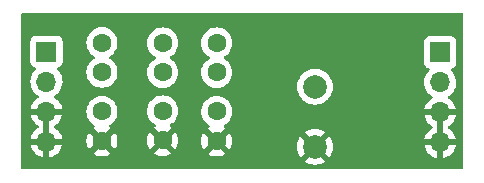
<source format=gbr>
%TF.GenerationSoftware,KiCad,Pcbnew,(6.0.7)*%
%TF.CreationDate,2024-06-12T17:15:33-04:00*%
%TF.ProjectId,DCR BPF V1,44435220-4250-4462-9056-312e6b696361,rev?*%
%TF.SameCoordinates,Original*%
%TF.FileFunction,Copper,L2,Bot*%
%TF.FilePolarity,Positive*%
%FSLAX46Y46*%
G04 Gerber Fmt 4.6, Leading zero omitted, Abs format (unit mm)*
G04 Created by KiCad (PCBNEW (6.0.7)) date 2024-06-12 17:15:33*
%MOMM*%
%LPD*%
G01*
G04 APERTURE LIST*
%TA.AperFunction,ComponentPad*%
%ADD10C,1.600000*%
%TD*%
%TA.AperFunction,ComponentPad*%
%ADD11R,1.700000X1.700000*%
%TD*%
%TA.AperFunction,ComponentPad*%
%ADD12O,1.700000X1.700000*%
%TD*%
%TA.AperFunction,ComponentPad*%
%ADD13C,2.000000*%
%TD*%
G04 APERTURE END LIST*
D10*
%TO.P,C5,1*%
%TO.N,Net-(C1-Pad1)*%
X54356000Y-59690000D03*
%TO.P,C5,2*%
%TO.N,Net-(C4-Pad2)*%
X54356000Y-57190000D03*
%TD*%
%TO.P,C6,1*%
%TO.N,Net-(C1-Pad1)*%
X58928000Y-59690000D03*
%TO.P,C6,2*%
%TO.N,Net-(C4-Pad2)*%
X58928000Y-57190000D03*
%TD*%
%TO.P,C3,1*%
%TO.N,Net-(C1-Pad1)*%
X58928000Y-62992000D03*
%TO.P,C3,2*%
%TO.N,GND*%
X58928000Y-65492000D03*
%TD*%
D11*
%TO.P,J1,1,Pin_1*%
%TO.N,Net-(C1-Pad1)*%
X44513500Y-57922000D03*
D12*
%TO.P,J1,2,Pin_2*%
X44513500Y-60462000D03*
%TO.P,J1,3,Pin_3*%
%TO.N,GND*%
X44513500Y-63002000D03*
%TO.P,J1,4,Pin_4*%
X44513500Y-65542000D03*
%TD*%
D10*
%TO.P,C4,1*%
%TO.N,Net-(C1-Pad1)*%
X49212500Y-59670000D03*
%TO.P,C4,2*%
%TO.N,Net-(C4-Pad2)*%
X49212500Y-57170000D03*
%TD*%
%TO.P,C1,1*%
%TO.N,Net-(C1-Pad1)*%
X49212500Y-62992000D03*
%TO.P,C1,2*%
%TO.N,GND*%
X49212500Y-65492000D03*
%TD*%
D11*
%TO.P,J2,1,Pin_1*%
%TO.N,Net-(C4-Pad2)*%
X77851000Y-57985500D03*
D12*
%TO.P,J2,2,Pin_2*%
X77851000Y-60525500D03*
%TO.P,J2,3,Pin_3*%
%TO.N,GND*%
X77851000Y-63065500D03*
%TO.P,J2,4,Pin_4*%
X77851000Y-65605500D03*
%TD*%
D13*
%TO.P,L1,1,1*%
%TO.N,Net-(C4-Pad2)*%
X67246500Y-60896500D03*
%TO.P,L1,2,2*%
%TO.N,GND*%
X67246500Y-65976500D03*
%TD*%
D10*
%TO.P,C2,1*%
%TO.N,Net-(C1-Pad1)*%
X54356000Y-62948500D03*
%TO.P,C2,2*%
%TO.N,GND*%
X54356000Y-65448500D03*
%TD*%
%TA.AperFunction,Conductor*%
%TO.N,GND*%
G36*
X79761121Y-54694002D02*
G01*
X79807614Y-54747658D01*
X79819000Y-54800000D01*
X79819000Y-67755000D01*
X79798998Y-67823121D01*
X79745342Y-67869614D01*
X79693000Y-67881000D01*
X42481000Y-67881000D01*
X42412879Y-67860998D01*
X42366386Y-67807342D01*
X42355000Y-67755000D01*
X42355000Y-67209170D01*
X66378660Y-67209170D01*
X66384387Y-67216820D01*
X66555542Y-67321705D01*
X66564337Y-67326187D01*
X66774488Y-67413234D01*
X66783873Y-67416283D01*
X67005054Y-67469385D01*
X67014801Y-67470928D01*
X67241570Y-67488775D01*
X67251430Y-67488775D01*
X67478199Y-67470928D01*
X67487946Y-67469385D01*
X67709127Y-67416283D01*
X67718512Y-67413234D01*
X67928663Y-67326187D01*
X67937458Y-67321705D01*
X68104945Y-67219068D01*
X68114407Y-67208610D01*
X68110624Y-67199834D01*
X67259312Y-66348522D01*
X67245368Y-66340908D01*
X67243535Y-66341039D01*
X67236920Y-66345290D01*
X66385420Y-67196790D01*
X66378660Y-67209170D01*
X42355000Y-67209170D01*
X42355000Y-65809966D01*
X43181757Y-65809966D01*
X43212065Y-65944446D01*
X43215145Y-65954275D01*
X43295270Y-66151603D01*
X43299913Y-66160794D01*
X43411194Y-66342388D01*
X43417277Y-66350699D01*
X43556713Y-66511667D01*
X43564080Y-66518883D01*
X43727934Y-66654916D01*
X43736381Y-66660831D01*
X43920256Y-66768279D01*
X43929542Y-66772729D01*
X44128501Y-66848703D01*
X44138399Y-66851579D01*
X44241750Y-66872606D01*
X44255799Y-66871410D01*
X44259500Y-66861065D01*
X44259500Y-66860517D01*
X44767500Y-66860517D01*
X44771564Y-66874359D01*
X44784978Y-66876393D01*
X44791684Y-66875534D01*
X44801762Y-66873392D01*
X45005755Y-66812191D01*
X45015342Y-66808433D01*
X45206595Y-66714739D01*
X45215445Y-66709464D01*
X45388828Y-66585792D01*
X45396700Y-66579139D01*
X45397781Y-66578062D01*
X48490993Y-66578062D01*
X48500289Y-66590077D01*
X48551494Y-66625931D01*
X48560989Y-66631414D01*
X48758447Y-66723490D01*
X48768739Y-66727236D01*
X48979188Y-66783625D01*
X48989981Y-66785528D01*
X49207025Y-66804517D01*
X49217975Y-66804517D01*
X49435019Y-66785528D01*
X49445812Y-66783625D01*
X49656261Y-66727236D01*
X49666553Y-66723490D01*
X49864011Y-66631414D01*
X49873506Y-66625931D01*
X49925548Y-66589491D01*
X49933924Y-66579012D01*
X49926856Y-66565566D01*
X49895852Y-66534562D01*
X53634493Y-66534562D01*
X53643789Y-66546577D01*
X53694994Y-66582431D01*
X53704489Y-66587914D01*
X53901947Y-66679990D01*
X53912239Y-66683736D01*
X54122688Y-66740125D01*
X54133481Y-66742028D01*
X54350525Y-66761017D01*
X54361475Y-66761017D01*
X54578519Y-66742028D01*
X54589312Y-66740125D01*
X54799761Y-66683736D01*
X54810053Y-66679990D01*
X55007511Y-66587914D01*
X55017006Y-66582431D01*
X55023246Y-66578062D01*
X58206493Y-66578062D01*
X58215789Y-66590077D01*
X58266994Y-66625931D01*
X58276489Y-66631414D01*
X58473947Y-66723490D01*
X58484239Y-66727236D01*
X58694688Y-66783625D01*
X58705481Y-66785528D01*
X58922525Y-66804517D01*
X58933475Y-66804517D01*
X59150519Y-66785528D01*
X59161312Y-66783625D01*
X59371761Y-66727236D01*
X59382053Y-66723490D01*
X59579511Y-66631414D01*
X59589006Y-66625931D01*
X59641048Y-66589491D01*
X59649424Y-66579012D01*
X59642356Y-66565566D01*
X58940812Y-65864022D01*
X58926868Y-65856408D01*
X58925035Y-65856539D01*
X58918420Y-65860790D01*
X58212923Y-66566287D01*
X58206493Y-66578062D01*
X55023246Y-66578062D01*
X55069048Y-66545991D01*
X55077424Y-66535512D01*
X55070356Y-66522066D01*
X54368812Y-65820522D01*
X54354868Y-65812908D01*
X54353035Y-65813039D01*
X54346420Y-65817290D01*
X53640923Y-66522787D01*
X53634493Y-66534562D01*
X49895852Y-66534562D01*
X49225312Y-65864022D01*
X49211368Y-65856408D01*
X49209535Y-65856539D01*
X49202920Y-65860790D01*
X48497423Y-66566287D01*
X48490993Y-66578062D01*
X45397781Y-66578062D01*
X45547552Y-66428812D01*
X45554230Y-66420965D01*
X45678503Y-66248020D01*
X45683813Y-66239183D01*
X45778170Y-66048267D01*
X45781969Y-66038672D01*
X45843877Y-65834910D01*
X45846055Y-65824837D01*
X45847486Y-65813962D01*
X45845275Y-65799778D01*
X45832117Y-65796000D01*
X44785615Y-65796000D01*
X44770376Y-65800475D01*
X44769171Y-65801865D01*
X44767500Y-65809548D01*
X44767500Y-66860517D01*
X44259500Y-66860517D01*
X44259500Y-65814115D01*
X44255025Y-65798876D01*
X44253635Y-65797671D01*
X44245952Y-65796000D01*
X43196725Y-65796000D01*
X43183194Y-65799973D01*
X43181757Y-65809966D01*
X42355000Y-65809966D01*
X42355000Y-65497475D01*
X47899983Y-65497475D01*
X47918972Y-65714519D01*
X47920875Y-65725312D01*
X47977264Y-65935761D01*
X47981010Y-65946053D01*
X48073086Y-66143511D01*
X48078569Y-66153006D01*
X48115009Y-66205048D01*
X48125488Y-66213424D01*
X48138934Y-66206356D01*
X48840478Y-65504812D01*
X48846856Y-65493132D01*
X49576908Y-65493132D01*
X49577039Y-65494965D01*
X49581290Y-65501580D01*
X50286787Y-66207077D01*
X50298562Y-66213507D01*
X50310577Y-66204211D01*
X50346431Y-66153006D01*
X50351914Y-66143511D01*
X50443990Y-65946053D01*
X50447736Y-65935761D01*
X50504125Y-65725312D01*
X50506028Y-65714519D01*
X50525017Y-65497475D01*
X50525017Y-65486525D01*
X50522169Y-65453975D01*
X53043483Y-65453975D01*
X53062472Y-65671019D01*
X53064375Y-65681812D01*
X53120764Y-65892261D01*
X53124510Y-65902553D01*
X53216586Y-66100011D01*
X53222069Y-66109506D01*
X53258509Y-66161548D01*
X53268988Y-66169924D01*
X53282434Y-66162856D01*
X53983978Y-65461312D01*
X53990356Y-65449632D01*
X54720408Y-65449632D01*
X54720539Y-65451465D01*
X54724790Y-65458080D01*
X55430287Y-66163577D01*
X55442062Y-66170007D01*
X55454077Y-66160711D01*
X55489931Y-66109506D01*
X55495414Y-66100011D01*
X55587490Y-65902553D01*
X55591236Y-65892261D01*
X55647625Y-65681812D01*
X55649528Y-65671019D01*
X55664711Y-65497475D01*
X57615483Y-65497475D01*
X57634472Y-65714519D01*
X57636375Y-65725312D01*
X57692764Y-65935761D01*
X57696510Y-65946053D01*
X57788586Y-66143511D01*
X57794069Y-66153006D01*
X57830509Y-66205048D01*
X57840988Y-66213424D01*
X57854434Y-66206356D01*
X58555978Y-65504812D01*
X58562356Y-65493132D01*
X59292408Y-65493132D01*
X59292539Y-65494965D01*
X59296790Y-65501580D01*
X60002287Y-66207077D01*
X60014062Y-66213507D01*
X60026077Y-66204211D01*
X60061931Y-66153006D01*
X60067414Y-66143511D01*
X60142993Y-65981430D01*
X65734225Y-65981430D01*
X65752072Y-66208199D01*
X65753615Y-66217946D01*
X65806717Y-66439127D01*
X65809766Y-66448512D01*
X65896813Y-66658663D01*
X65901295Y-66667458D01*
X66003932Y-66834945D01*
X66014390Y-66844407D01*
X66023166Y-66840624D01*
X66874478Y-65989312D01*
X66880856Y-65977632D01*
X67610908Y-65977632D01*
X67611039Y-65979465D01*
X67615290Y-65986080D01*
X68466790Y-66837580D01*
X68479170Y-66844340D01*
X68486820Y-66838613D01*
X68591705Y-66667458D01*
X68596187Y-66658663D01*
X68683234Y-66448512D01*
X68686283Y-66439127D01*
X68739385Y-66217946D01*
X68740928Y-66208199D01*
X68758775Y-65981430D01*
X68758775Y-65971570D01*
X68751054Y-65873466D01*
X76519257Y-65873466D01*
X76549565Y-66007946D01*
X76552645Y-66017775D01*
X76632770Y-66215103D01*
X76637413Y-66224294D01*
X76748694Y-66405888D01*
X76754777Y-66414199D01*
X76894213Y-66575167D01*
X76901580Y-66582383D01*
X77065434Y-66718416D01*
X77073881Y-66724331D01*
X77257756Y-66831779D01*
X77267042Y-66836229D01*
X77466001Y-66912203D01*
X77475899Y-66915079D01*
X77579250Y-66936106D01*
X77593299Y-66934910D01*
X77597000Y-66924565D01*
X77597000Y-66924017D01*
X78105000Y-66924017D01*
X78109064Y-66937859D01*
X78122478Y-66939893D01*
X78129184Y-66939034D01*
X78139262Y-66936892D01*
X78343255Y-66875691D01*
X78352842Y-66871933D01*
X78544095Y-66778239D01*
X78552945Y-66772964D01*
X78726328Y-66649292D01*
X78734200Y-66642639D01*
X78885052Y-66492312D01*
X78891730Y-66484465D01*
X79016003Y-66311520D01*
X79021313Y-66302683D01*
X79115670Y-66111767D01*
X79119469Y-66102172D01*
X79181377Y-65898410D01*
X79183555Y-65888337D01*
X79184986Y-65877462D01*
X79182775Y-65863278D01*
X79169617Y-65859500D01*
X78123115Y-65859500D01*
X78107876Y-65863975D01*
X78106671Y-65865365D01*
X78105000Y-65873048D01*
X78105000Y-66924017D01*
X77597000Y-66924017D01*
X77597000Y-65877615D01*
X77592525Y-65862376D01*
X77591135Y-65861171D01*
X77583452Y-65859500D01*
X76534225Y-65859500D01*
X76520694Y-65863473D01*
X76519257Y-65873466D01*
X68751054Y-65873466D01*
X68740928Y-65744801D01*
X68739385Y-65735054D01*
X68686283Y-65513873D01*
X68683234Y-65504488D01*
X68614970Y-65339683D01*
X76515389Y-65339683D01*
X76516912Y-65348107D01*
X76529292Y-65351500D01*
X77578885Y-65351500D01*
X77594124Y-65347025D01*
X77595329Y-65345635D01*
X77597000Y-65337952D01*
X77597000Y-65333385D01*
X78105000Y-65333385D01*
X78109475Y-65348624D01*
X78110865Y-65349829D01*
X78118548Y-65351500D01*
X79169344Y-65351500D01*
X79182875Y-65347527D01*
X79184180Y-65338447D01*
X79142214Y-65171375D01*
X79138894Y-65161624D01*
X79053972Y-64966314D01*
X79049105Y-64957239D01*
X78933426Y-64778426D01*
X78927136Y-64770257D01*
X78783806Y-64612740D01*
X78776273Y-64605715D01*
X78609139Y-64473722D01*
X78600552Y-64468017D01*
X78563116Y-64447351D01*
X78513146Y-64396919D01*
X78498374Y-64327476D01*
X78523490Y-64261071D01*
X78550842Y-64234464D01*
X78726327Y-64109292D01*
X78734200Y-64102639D01*
X78885052Y-63952312D01*
X78891730Y-63944465D01*
X79016003Y-63771520D01*
X79021313Y-63762683D01*
X79115670Y-63571767D01*
X79119469Y-63562172D01*
X79181377Y-63358410D01*
X79183555Y-63348337D01*
X79184986Y-63337462D01*
X79182775Y-63323278D01*
X79169617Y-63319500D01*
X78123115Y-63319500D01*
X78107876Y-63323975D01*
X78106671Y-63325365D01*
X78105000Y-63333048D01*
X78105000Y-65333385D01*
X77597000Y-65333385D01*
X77597000Y-63337615D01*
X77592525Y-63322376D01*
X77591135Y-63321171D01*
X77583452Y-63319500D01*
X76534225Y-63319500D01*
X76520694Y-63323473D01*
X76519257Y-63333466D01*
X76549565Y-63467946D01*
X76552645Y-63477775D01*
X76632770Y-63675103D01*
X76637413Y-63684294D01*
X76748694Y-63865888D01*
X76754777Y-63874199D01*
X76894213Y-64035167D01*
X76901580Y-64042383D01*
X77065434Y-64178416D01*
X77073881Y-64184331D01*
X77143479Y-64225001D01*
X77192203Y-64276640D01*
X77205274Y-64346423D01*
X77178543Y-64412194D01*
X77138087Y-64445553D01*
X77129462Y-64450042D01*
X77120738Y-64455536D01*
X76950433Y-64583405D01*
X76942726Y-64590248D01*
X76795590Y-64744217D01*
X76789104Y-64752227D01*
X76669098Y-64928149D01*
X76664000Y-64937123D01*
X76574338Y-65130283D01*
X76570775Y-65139970D01*
X76515389Y-65339683D01*
X68614970Y-65339683D01*
X68596187Y-65294337D01*
X68591705Y-65285542D01*
X68489068Y-65118055D01*
X68478610Y-65108593D01*
X68469834Y-65112376D01*
X67618522Y-65963688D01*
X67610908Y-65977632D01*
X66880856Y-65977632D01*
X66882092Y-65975368D01*
X66881961Y-65973535D01*
X66877710Y-65966920D01*
X66026210Y-65115420D01*
X66013830Y-65108660D01*
X66006180Y-65114387D01*
X65901295Y-65285542D01*
X65896813Y-65294337D01*
X65809766Y-65504488D01*
X65806717Y-65513873D01*
X65753615Y-65735054D01*
X65752072Y-65744801D01*
X65734225Y-65971570D01*
X65734225Y-65981430D01*
X60142993Y-65981430D01*
X60159490Y-65946053D01*
X60163236Y-65935761D01*
X60219625Y-65725312D01*
X60221528Y-65714519D01*
X60240517Y-65497475D01*
X60240517Y-65486525D01*
X60221528Y-65269481D01*
X60219625Y-65258688D01*
X60163236Y-65048239D01*
X60159490Y-65037947D01*
X60067414Y-64840489D01*
X60061931Y-64830994D01*
X60025491Y-64778952D01*
X60015012Y-64770576D01*
X60001566Y-64777644D01*
X59300022Y-65479188D01*
X59292408Y-65493132D01*
X58562356Y-65493132D01*
X58563592Y-65490868D01*
X58563461Y-65489035D01*
X58559210Y-65482420D01*
X57853713Y-64776923D01*
X57841938Y-64770493D01*
X57829923Y-64779789D01*
X57794069Y-64830994D01*
X57788586Y-64840489D01*
X57696510Y-65037947D01*
X57692764Y-65048239D01*
X57636375Y-65258688D01*
X57634472Y-65269481D01*
X57615483Y-65486525D01*
X57615483Y-65497475D01*
X55664711Y-65497475D01*
X55668517Y-65453975D01*
X55668517Y-65443025D01*
X55649528Y-65225981D01*
X55647625Y-65215188D01*
X55591236Y-65004739D01*
X55587490Y-64994447D01*
X55495414Y-64796989D01*
X55489931Y-64787494D01*
X55453491Y-64735452D01*
X55443012Y-64727076D01*
X55429566Y-64734144D01*
X54728022Y-65435688D01*
X54720408Y-65449632D01*
X53990356Y-65449632D01*
X53991592Y-65447368D01*
X53991461Y-65445535D01*
X53987210Y-65438920D01*
X53281713Y-64733423D01*
X53269938Y-64726993D01*
X53257923Y-64736289D01*
X53222069Y-64787494D01*
X53216586Y-64796989D01*
X53124510Y-64994447D01*
X53120764Y-65004739D01*
X53064375Y-65215188D01*
X53062472Y-65225981D01*
X53043483Y-65443025D01*
X53043483Y-65453975D01*
X50522169Y-65453975D01*
X50506028Y-65269481D01*
X50504125Y-65258688D01*
X50447736Y-65048239D01*
X50443990Y-65037947D01*
X50351914Y-64840489D01*
X50346431Y-64830994D01*
X50309991Y-64778952D01*
X50299512Y-64770576D01*
X50286066Y-64777644D01*
X49584522Y-65479188D01*
X49576908Y-65493132D01*
X48846856Y-65493132D01*
X48848092Y-65490868D01*
X48847961Y-65489035D01*
X48843710Y-65482420D01*
X48138213Y-64776923D01*
X48126438Y-64770493D01*
X48114423Y-64779789D01*
X48078569Y-64830994D01*
X48073086Y-64840489D01*
X47981010Y-65037947D01*
X47977264Y-65048239D01*
X47920875Y-65258688D01*
X47918972Y-65269481D01*
X47899983Y-65486525D01*
X47899983Y-65497475D01*
X42355000Y-65497475D01*
X42355000Y-65276183D01*
X43177889Y-65276183D01*
X43179412Y-65284607D01*
X43191792Y-65288000D01*
X44241385Y-65288000D01*
X44256624Y-65283525D01*
X44257829Y-65282135D01*
X44259500Y-65274452D01*
X44259500Y-65269885D01*
X44767500Y-65269885D01*
X44771975Y-65285124D01*
X44773365Y-65286329D01*
X44781048Y-65288000D01*
X45831844Y-65288000D01*
X45845375Y-65284027D01*
X45846680Y-65274947D01*
X45804714Y-65107875D01*
X45801394Y-65098124D01*
X45716472Y-64902814D01*
X45711605Y-64893739D01*
X45595926Y-64714926D01*
X45589636Y-64706757D01*
X45446306Y-64549240D01*
X45438773Y-64542215D01*
X45271639Y-64410222D01*
X45263052Y-64404517D01*
X45225616Y-64383851D01*
X45175646Y-64333419D01*
X45160874Y-64263976D01*
X45185990Y-64197571D01*
X45213342Y-64170964D01*
X45388827Y-64045792D01*
X45396700Y-64039139D01*
X45547552Y-63888812D01*
X45554230Y-63880965D01*
X45678503Y-63708020D01*
X45683813Y-63699183D01*
X45778170Y-63508267D01*
X45781969Y-63498672D01*
X45843877Y-63294910D01*
X45846055Y-63284837D01*
X45847486Y-63273962D01*
X45845275Y-63259778D01*
X45832117Y-63256000D01*
X44785615Y-63256000D01*
X44770376Y-63260475D01*
X44769171Y-63261865D01*
X44767500Y-63269548D01*
X44767500Y-65269885D01*
X44259500Y-65269885D01*
X44259500Y-63274115D01*
X44255025Y-63258876D01*
X44253635Y-63257671D01*
X44245952Y-63256000D01*
X43196725Y-63256000D01*
X43183194Y-63259973D01*
X43181757Y-63269966D01*
X43212065Y-63404446D01*
X43215145Y-63414275D01*
X43295270Y-63611603D01*
X43299913Y-63620794D01*
X43411194Y-63802388D01*
X43417277Y-63810699D01*
X43556713Y-63971667D01*
X43564080Y-63978883D01*
X43727934Y-64114916D01*
X43736381Y-64120831D01*
X43805979Y-64161501D01*
X43854703Y-64213140D01*
X43867774Y-64282923D01*
X43841043Y-64348694D01*
X43800587Y-64382053D01*
X43791962Y-64386542D01*
X43783238Y-64392036D01*
X43612933Y-64519905D01*
X43605226Y-64526748D01*
X43458090Y-64680717D01*
X43451604Y-64688727D01*
X43331598Y-64864649D01*
X43326500Y-64873623D01*
X43236838Y-65066783D01*
X43233275Y-65076470D01*
X43177889Y-65276183D01*
X42355000Y-65276183D01*
X42355000Y-62992000D01*
X47899002Y-62992000D01*
X47918957Y-63220087D01*
X47920381Y-63225400D01*
X47920381Y-63225402D01*
X47946043Y-63321171D01*
X47978216Y-63441243D01*
X47980539Y-63446224D01*
X47980539Y-63446225D01*
X48072651Y-63643762D01*
X48072654Y-63643767D01*
X48074977Y-63648749D01*
X48116479Y-63708020D01*
X48178572Y-63796697D01*
X48206302Y-63836300D01*
X48368200Y-63998198D01*
X48372708Y-64001355D01*
X48372711Y-64001357D01*
X48436171Y-64045792D01*
X48555751Y-64129523D01*
X48560735Y-64131847D01*
X48563028Y-64133171D01*
X48612021Y-64184553D01*
X48625457Y-64254267D01*
X48599071Y-64320178D01*
X48563028Y-64351409D01*
X48551498Y-64358066D01*
X48499452Y-64394509D01*
X48491076Y-64404988D01*
X48498144Y-64418434D01*
X49199688Y-65119978D01*
X49213632Y-65127592D01*
X49215465Y-65127461D01*
X49222080Y-65123210D01*
X49927577Y-64417713D01*
X49934007Y-64405938D01*
X49924711Y-64393923D01*
X49873502Y-64358066D01*
X49861972Y-64351409D01*
X49812979Y-64300027D01*
X49799542Y-64230313D01*
X49825929Y-64164402D01*
X49861972Y-64133171D01*
X49864265Y-64131847D01*
X49869249Y-64129523D01*
X49988829Y-64045792D01*
X50052289Y-64001357D01*
X50052292Y-64001355D01*
X50056800Y-63998198D01*
X50218698Y-63836300D01*
X50246429Y-63796697D01*
X50308521Y-63708020D01*
X50350023Y-63648749D01*
X50352346Y-63643767D01*
X50352349Y-63643762D01*
X50444461Y-63446225D01*
X50444461Y-63446224D01*
X50446784Y-63441243D01*
X50478958Y-63321171D01*
X50504619Y-63225402D01*
X50504619Y-63225400D01*
X50506043Y-63220087D01*
X50525998Y-62992000D01*
X50522192Y-62948500D01*
X53042502Y-62948500D01*
X53062457Y-63176587D01*
X53063881Y-63181900D01*
X53063881Y-63181902D01*
X53108478Y-63348337D01*
X53121716Y-63397743D01*
X53124039Y-63402724D01*
X53124039Y-63402725D01*
X53216151Y-63600262D01*
X53216154Y-63600267D01*
X53218477Y-63605249D01*
X53290438Y-63708020D01*
X53334902Y-63771520D01*
X53349802Y-63792800D01*
X53511700Y-63954698D01*
X53516208Y-63957855D01*
X53516211Y-63957857D01*
X53568259Y-63994301D01*
X53699251Y-64086023D01*
X53704235Y-64088347D01*
X53706528Y-64089671D01*
X53755521Y-64141053D01*
X53768957Y-64210767D01*
X53742571Y-64276678D01*
X53706528Y-64307909D01*
X53694998Y-64314566D01*
X53642952Y-64351009D01*
X53634576Y-64361488D01*
X53641644Y-64374934D01*
X54343188Y-65076478D01*
X54357132Y-65084092D01*
X54358965Y-65083961D01*
X54365580Y-65079710D01*
X55071077Y-64374213D01*
X55077507Y-64362438D01*
X55068211Y-64350423D01*
X55017002Y-64314566D01*
X55005472Y-64307909D01*
X54956479Y-64256527D01*
X54943042Y-64186813D01*
X54969429Y-64120902D01*
X55005472Y-64089671D01*
X55007765Y-64088347D01*
X55012749Y-64086023D01*
X55143741Y-63994301D01*
X55195789Y-63957857D01*
X55195792Y-63957855D01*
X55200300Y-63954698D01*
X55362198Y-63792800D01*
X55377099Y-63771520D01*
X55421562Y-63708020D01*
X55493523Y-63605249D01*
X55495846Y-63600267D01*
X55495849Y-63600262D01*
X55587961Y-63402725D01*
X55587961Y-63402724D01*
X55590284Y-63397743D01*
X55603523Y-63348337D01*
X55648119Y-63181902D01*
X55648119Y-63181900D01*
X55649543Y-63176587D01*
X55665692Y-62992000D01*
X57614502Y-62992000D01*
X57634457Y-63220087D01*
X57635881Y-63225400D01*
X57635881Y-63225402D01*
X57661543Y-63321171D01*
X57693716Y-63441243D01*
X57696039Y-63446224D01*
X57696039Y-63446225D01*
X57788151Y-63643762D01*
X57788154Y-63643767D01*
X57790477Y-63648749D01*
X57831979Y-63708020D01*
X57894072Y-63796697D01*
X57921802Y-63836300D01*
X58083700Y-63998198D01*
X58088208Y-64001355D01*
X58088211Y-64001357D01*
X58151671Y-64045792D01*
X58271251Y-64129523D01*
X58276235Y-64131847D01*
X58278528Y-64133171D01*
X58327521Y-64184553D01*
X58340957Y-64254267D01*
X58314571Y-64320178D01*
X58278528Y-64351409D01*
X58266998Y-64358066D01*
X58214952Y-64394509D01*
X58206576Y-64404988D01*
X58213644Y-64418434D01*
X58915188Y-65119978D01*
X58929132Y-65127592D01*
X58930965Y-65127461D01*
X58937580Y-65123210D01*
X59316400Y-64744390D01*
X66378593Y-64744390D01*
X66382376Y-64753166D01*
X67233688Y-65604478D01*
X67247632Y-65612092D01*
X67249465Y-65611961D01*
X67256080Y-65607710D01*
X68107580Y-64756210D01*
X68114340Y-64743830D01*
X68108613Y-64736180D01*
X67937458Y-64631295D01*
X67928663Y-64626813D01*
X67718512Y-64539766D01*
X67709127Y-64536717D01*
X67487946Y-64483615D01*
X67478199Y-64482072D01*
X67251430Y-64464225D01*
X67241570Y-64464225D01*
X67014801Y-64482072D01*
X67005054Y-64483615D01*
X66783873Y-64536717D01*
X66774488Y-64539766D01*
X66564337Y-64626813D01*
X66555542Y-64631295D01*
X66388055Y-64733932D01*
X66378593Y-64744390D01*
X59316400Y-64744390D01*
X59643077Y-64417713D01*
X59649507Y-64405938D01*
X59640211Y-64393923D01*
X59589002Y-64358066D01*
X59577472Y-64351409D01*
X59528479Y-64300027D01*
X59515042Y-64230313D01*
X59541429Y-64164402D01*
X59577472Y-64133171D01*
X59579765Y-64131847D01*
X59584749Y-64129523D01*
X59704329Y-64045792D01*
X59767789Y-64001357D01*
X59767792Y-64001355D01*
X59772300Y-63998198D01*
X59934198Y-63836300D01*
X59961929Y-63796697D01*
X60024021Y-63708020D01*
X60065523Y-63648749D01*
X60067846Y-63643767D01*
X60067849Y-63643762D01*
X60159961Y-63446225D01*
X60159961Y-63446224D01*
X60162284Y-63441243D01*
X60194458Y-63321171D01*
X60220119Y-63225402D01*
X60220119Y-63225400D01*
X60221543Y-63220087D01*
X60241498Y-62992000D01*
X60221543Y-62763913D01*
X60213782Y-62734947D01*
X60163707Y-62548067D01*
X60163706Y-62548065D01*
X60162284Y-62542757D01*
X60107986Y-62426314D01*
X60067849Y-62340238D01*
X60067846Y-62340233D01*
X60065523Y-62335251D01*
X59992005Y-62230257D01*
X59937357Y-62152211D01*
X59937355Y-62152208D01*
X59934198Y-62147700D01*
X59772300Y-61985802D01*
X59767792Y-61982645D01*
X59767789Y-61982643D01*
X59671950Y-61915536D01*
X59584749Y-61854477D01*
X59579767Y-61852154D01*
X59579762Y-61852151D01*
X59382225Y-61760039D01*
X59382224Y-61760039D01*
X59377243Y-61757716D01*
X59371935Y-61756294D01*
X59371933Y-61756293D01*
X59161402Y-61699881D01*
X59161400Y-61699881D01*
X59156087Y-61698457D01*
X58928000Y-61678502D01*
X58699913Y-61698457D01*
X58694600Y-61699881D01*
X58694598Y-61699881D01*
X58484067Y-61756293D01*
X58484065Y-61756294D01*
X58478757Y-61757716D01*
X58473776Y-61760039D01*
X58473775Y-61760039D01*
X58276238Y-61852151D01*
X58276233Y-61852154D01*
X58271251Y-61854477D01*
X58184050Y-61915536D01*
X58088211Y-61982643D01*
X58088208Y-61982645D01*
X58083700Y-61985802D01*
X57921802Y-62147700D01*
X57918645Y-62152208D01*
X57918643Y-62152211D01*
X57863995Y-62230257D01*
X57790477Y-62335251D01*
X57788154Y-62340233D01*
X57788151Y-62340238D01*
X57748014Y-62426314D01*
X57693716Y-62542757D01*
X57692294Y-62548065D01*
X57692293Y-62548067D01*
X57642218Y-62734947D01*
X57634457Y-62763913D01*
X57614502Y-62992000D01*
X55665692Y-62992000D01*
X55669498Y-62948500D01*
X55649543Y-62720413D01*
X55625685Y-62631375D01*
X55591707Y-62504567D01*
X55591706Y-62504565D01*
X55590284Y-62499257D01*
X55587961Y-62494275D01*
X55495849Y-62296738D01*
X55495846Y-62296733D01*
X55493523Y-62291751D01*
X55392657Y-62147700D01*
X55365357Y-62108711D01*
X55365355Y-62108708D01*
X55362198Y-62104200D01*
X55200300Y-61942302D01*
X55195792Y-61939145D01*
X55195789Y-61939143D01*
X55109991Y-61879067D01*
X55012749Y-61810977D01*
X55007767Y-61808654D01*
X55007762Y-61808651D01*
X54810225Y-61716539D01*
X54810224Y-61716539D01*
X54805243Y-61714216D01*
X54799935Y-61712794D01*
X54799933Y-61712793D01*
X54589402Y-61656381D01*
X54589400Y-61656381D01*
X54584087Y-61654957D01*
X54356000Y-61635002D01*
X54127913Y-61654957D01*
X54122600Y-61656381D01*
X54122598Y-61656381D01*
X53912067Y-61712793D01*
X53912065Y-61712794D01*
X53906757Y-61714216D01*
X53901776Y-61716539D01*
X53901775Y-61716539D01*
X53704238Y-61808651D01*
X53704233Y-61808654D01*
X53699251Y-61810977D01*
X53602009Y-61879067D01*
X53516211Y-61939143D01*
X53516208Y-61939145D01*
X53511700Y-61942302D01*
X53349802Y-62104200D01*
X53346645Y-62108708D01*
X53346643Y-62108711D01*
X53319343Y-62147700D01*
X53218477Y-62291751D01*
X53216154Y-62296733D01*
X53216151Y-62296738D01*
X53124039Y-62494275D01*
X53121716Y-62499257D01*
X53120294Y-62504565D01*
X53120293Y-62504567D01*
X53086315Y-62631375D01*
X53062457Y-62720413D01*
X53042502Y-62948500D01*
X50522192Y-62948500D01*
X50506043Y-62763913D01*
X50498282Y-62734947D01*
X50448207Y-62548067D01*
X50448206Y-62548065D01*
X50446784Y-62542757D01*
X50392486Y-62426314D01*
X50352349Y-62340238D01*
X50352346Y-62340233D01*
X50350023Y-62335251D01*
X50276505Y-62230257D01*
X50221857Y-62152211D01*
X50221855Y-62152208D01*
X50218698Y-62147700D01*
X50056800Y-61985802D01*
X50052292Y-61982645D01*
X50052289Y-61982643D01*
X49956450Y-61915536D01*
X49869249Y-61854477D01*
X49864267Y-61852154D01*
X49864262Y-61852151D01*
X49666725Y-61760039D01*
X49666724Y-61760039D01*
X49661743Y-61757716D01*
X49656435Y-61756294D01*
X49656433Y-61756293D01*
X49445902Y-61699881D01*
X49445900Y-61699881D01*
X49440587Y-61698457D01*
X49212500Y-61678502D01*
X48984413Y-61698457D01*
X48979100Y-61699881D01*
X48979098Y-61699881D01*
X48768567Y-61756293D01*
X48768565Y-61756294D01*
X48763257Y-61757716D01*
X48758276Y-61760039D01*
X48758275Y-61760039D01*
X48560738Y-61852151D01*
X48560733Y-61852154D01*
X48555751Y-61854477D01*
X48468550Y-61915536D01*
X48372711Y-61982643D01*
X48372708Y-61982645D01*
X48368200Y-61985802D01*
X48206302Y-62147700D01*
X48203145Y-62152208D01*
X48203143Y-62152211D01*
X48148495Y-62230257D01*
X48074977Y-62335251D01*
X48072654Y-62340233D01*
X48072651Y-62340238D01*
X48032514Y-62426314D01*
X47978216Y-62542757D01*
X47976794Y-62548065D01*
X47976793Y-62548067D01*
X47926718Y-62734947D01*
X47918957Y-62763913D01*
X47899002Y-62992000D01*
X42355000Y-62992000D01*
X42355000Y-60428695D01*
X43150751Y-60428695D01*
X43151048Y-60433848D01*
X43151048Y-60433851D01*
X43156580Y-60529789D01*
X43163610Y-60651715D01*
X43164747Y-60656761D01*
X43164748Y-60656767D01*
X43179059Y-60720267D01*
X43212722Y-60869639D01*
X43296766Y-61076616D01*
X43413487Y-61267088D01*
X43559750Y-61435938D01*
X43731626Y-61578632D01*
X43747115Y-61587683D01*
X43805455Y-61621774D01*
X43854179Y-61673412D01*
X43867250Y-61743195D01*
X43840519Y-61808967D01*
X43800062Y-61842327D01*
X43791957Y-61846546D01*
X43783238Y-61852036D01*
X43612933Y-61979905D01*
X43605226Y-61986748D01*
X43458090Y-62140717D01*
X43451604Y-62148727D01*
X43331598Y-62324649D01*
X43326500Y-62333623D01*
X43236838Y-62526783D01*
X43233275Y-62536470D01*
X43177889Y-62736183D01*
X43179412Y-62744607D01*
X43191792Y-62748000D01*
X45831844Y-62748000D01*
X45845375Y-62744027D01*
X45846680Y-62734947D01*
X45804714Y-62567875D01*
X45801394Y-62558124D01*
X45716472Y-62362814D01*
X45711605Y-62353739D01*
X45595926Y-62174926D01*
X45589636Y-62166757D01*
X45446306Y-62009240D01*
X45438773Y-62002215D01*
X45271639Y-61870222D01*
X45263056Y-61864520D01*
X45226102Y-61844120D01*
X45176131Y-61793687D01*
X45161359Y-61724245D01*
X45186475Y-61657839D01*
X45213827Y-61631232D01*
X45237297Y-61614491D01*
X45393360Y-61503173D01*
X45551596Y-61345489D01*
X45562304Y-61330588D01*
X45678935Y-61168277D01*
X45681953Y-61164077D01*
X45699647Y-61128277D01*
X45778636Y-60968453D01*
X45778637Y-60968451D01*
X45780930Y-60963811D01*
X45845870Y-60750069D01*
X45875029Y-60528590D01*
X45875111Y-60525240D01*
X45876574Y-60465365D01*
X45876574Y-60465361D01*
X45876656Y-60462000D01*
X45858352Y-60239361D01*
X45803931Y-60022702D01*
X45714854Y-59817840D01*
X45637402Y-59698117D01*
X45619212Y-59670000D01*
X47899002Y-59670000D01*
X47918957Y-59898087D01*
X47920381Y-59903400D01*
X47920381Y-59903402D01*
X47969363Y-60086202D01*
X47978216Y-60119243D01*
X47980539Y-60124224D01*
X47980539Y-60124225D01*
X48072651Y-60321762D01*
X48072654Y-60321767D01*
X48074977Y-60326749D01*
X48092138Y-60351257D01*
X48187230Y-60487062D01*
X48206302Y-60514300D01*
X48368200Y-60676198D01*
X48372708Y-60679355D01*
X48372711Y-60679357D01*
X48391197Y-60692301D01*
X48555751Y-60807523D01*
X48560733Y-60809846D01*
X48560738Y-60809849D01*
X48758275Y-60901961D01*
X48763257Y-60904284D01*
X48768565Y-60905706D01*
X48768567Y-60905707D01*
X48979098Y-60962119D01*
X48979100Y-60962119D01*
X48984413Y-60963543D01*
X49212500Y-60983498D01*
X49440587Y-60963543D01*
X49445900Y-60962119D01*
X49445902Y-60962119D01*
X49656433Y-60905707D01*
X49656435Y-60905706D01*
X49661743Y-60904284D01*
X49666725Y-60901961D01*
X49864262Y-60809849D01*
X49864267Y-60809846D01*
X49869249Y-60807523D01*
X50033803Y-60692301D01*
X50052289Y-60679357D01*
X50052292Y-60679355D01*
X50056800Y-60676198D01*
X50218698Y-60514300D01*
X50237771Y-60487062D01*
X50332862Y-60351257D01*
X50350023Y-60326749D01*
X50352346Y-60321767D01*
X50352349Y-60321762D01*
X50444461Y-60124225D01*
X50444461Y-60124224D01*
X50446784Y-60119243D01*
X50455638Y-60086202D01*
X50504619Y-59903402D01*
X50504619Y-59903400D01*
X50506043Y-59898087D01*
X50524248Y-59690000D01*
X53042502Y-59690000D01*
X53062457Y-59918087D01*
X53063881Y-59923400D01*
X53063881Y-59923402D01*
X53107504Y-60086202D01*
X53121716Y-60139243D01*
X53124039Y-60144224D01*
X53124039Y-60144225D01*
X53216151Y-60341762D01*
X53216154Y-60341767D01*
X53218477Y-60346749D01*
X53221634Y-60351257D01*
X53345804Y-60528590D01*
X53349802Y-60534300D01*
X53511700Y-60696198D01*
X53516208Y-60699355D01*
X53516211Y-60699357D01*
X53531478Y-60710047D01*
X53699251Y-60827523D01*
X53704233Y-60829846D01*
X53704238Y-60829849D01*
X53866918Y-60905707D01*
X53906757Y-60924284D01*
X53912065Y-60925706D01*
X53912067Y-60925707D01*
X54122598Y-60982119D01*
X54122600Y-60982119D01*
X54127913Y-60983543D01*
X54356000Y-61003498D01*
X54584087Y-60983543D01*
X54589400Y-60982119D01*
X54589402Y-60982119D01*
X54799933Y-60925707D01*
X54799935Y-60925706D01*
X54805243Y-60924284D01*
X54845082Y-60905707D01*
X55007762Y-60829849D01*
X55007767Y-60829846D01*
X55012749Y-60827523D01*
X55180522Y-60710047D01*
X55195789Y-60699357D01*
X55195792Y-60699355D01*
X55200300Y-60696198D01*
X55362198Y-60534300D01*
X55366197Y-60528590D01*
X55490366Y-60351257D01*
X55493523Y-60346749D01*
X55495846Y-60341767D01*
X55495849Y-60341762D01*
X55587961Y-60144225D01*
X55587961Y-60144224D01*
X55590284Y-60139243D01*
X55604497Y-60086202D01*
X55648119Y-59923402D01*
X55648119Y-59923400D01*
X55649543Y-59918087D01*
X55669498Y-59690000D01*
X57614502Y-59690000D01*
X57634457Y-59918087D01*
X57635881Y-59923400D01*
X57635881Y-59923402D01*
X57679504Y-60086202D01*
X57693716Y-60139243D01*
X57696039Y-60144224D01*
X57696039Y-60144225D01*
X57788151Y-60341762D01*
X57788154Y-60341767D01*
X57790477Y-60346749D01*
X57793634Y-60351257D01*
X57917804Y-60528590D01*
X57921802Y-60534300D01*
X58083700Y-60696198D01*
X58088208Y-60699355D01*
X58088211Y-60699357D01*
X58103478Y-60710047D01*
X58271251Y-60827523D01*
X58276233Y-60829846D01*
X58276238Y-60829849D01*
X58438918Y-60905707D01*
X58478757Y-60924284D01*
X58484065Y-60925706D01*
X58484067Y-60925707D01*
X58694598Y-60982119D01*
X58694600Y-60982119D01*
X58699913Y-60983543D01*
X58928000Y-61003498D01*
X59156087Y-60983543D01*
X59161400Y-60982119D01*
X59161402Y-60982119D01*
X59371933Y-60925707D01*
X59371935Y-60925706D01*
X59377243Y-60924284D01*
X59417082Y-60905707D01*
X59436827Y-60896500D01*
X65733335Y-60896500D01*
X65751965Y-61133211D01*
X65753119Y-61138018D01*
X65753120Y-61138024D01*
X65783050Y-61262689D01*
X65807395Y-61364094D01*
X65809288Y-61368665D01*
X65809289Y-61368667D01*
X65866245Y-61506171D01*
X65898260Y-61583463D01*
X65900846Y-61587683D01*
X66019741Y-61781702D01*
X66019745Y-61781708D01*
X66022324Y-61785916D01*
X66176531Y-61966469D01*
X66180287Y-61969677D01*
X66195468Y-61982643D01*
X66357084Y-62120676D01*
X66361292Y-62123255D01*
X66361298Y-62123259D01*
X66555317Y-62242154D01*
X66559537Y-62244740D01*
X66564107Y-62246633D01*
X66564111Y-62246635D01*
X66767168Y-62330743D01*
X66778906Y-62335605D01*
X66854440Y-62353739D01*
X67004976Y-62389880D01*
X67004982Y-62389881D01*
X67009789Y-62391035D01*
X67246500Y-62409665D01*
X67483211Y-62391035D01*
X67488018Y-62389881D01*
X67488024Y-62389880D01*
X67638560Y-62353739D01*
X67714094Y-62335605D01*
X67725832Y-62330743D01*
X67928889Y-62246635D01*
X67928893Y-62246633D01*
X67933463Y-62244740D01*
X67937683Y-62242154D01*
X68131702Y-62123259D01*
X68131708Y-62123255D01*
X68135916Y-62120676D01*
X68297532Y-61982643D01*
X68312713Y-61969677D01*
X68316469Y-61966469D01*
X68470676Y-61785916D01*
X68473255Y-61781708D01*
X68473259Y-61781702D01*
X68592154Y-61587683D01*
X68594740Y-61583463D01*
X68626756Y-61506171D01*
X68683711Y-61368667D01*
X68683712Y-61368665D01*
X68685605Y-61364094D01*
X68709950Y-61262689D01*
X68739880Y-61138024D01*
X68739881Y-61138018D01*
X68741035Y-61133211D01*
X68759665Y-60896500D01*
X68741035Y-60659789D01*
X68700799Y-60492195D01*
X76488251Y-60492195D01*
X76488548Y-60497348D01*
X76488548Y-60497351D01*
X76500196Y-60699357D01*
X76501110Y-60715215D01*
X76502247Y-60720261D01*
X76502248Y-60720267D01*
X76510081Y-60755023D01*
X76550222Y-60933139D01*
X76634266Y-61140116D01*
X76648949Y-61164077D01*
X76709379Y-61262689D01*
X76750987Y-61330588D01*
X76897250Y-61499438D01*
X77069126Y-61642132D01*
X77122656Y-61673412D01*
X77142955Y-61685274D01*
X77191679Y-61736912D01*
X77204750Y-61806695D01*
X77178019Y-61872467D01*
X77137562Y-61905827D01*
X77129457Y-61910046D01*
X77120738Y-61915536D01*
X76950433Y-62043405D01*
X76942726Y-62050248D01*
X76795590Y-62204217D01*
X76789104Y-62212227D01*
X76669098Y-62388149D01*
X76664000Y-62397123D01*
X76574338Y-62590283D01*
X76570775Y-62599970D01*
X76515389Y-62799683D01*
X76516912Y-62808107D01*
X76529292Y-62811500D01*
X79169344Y-62811500D01*
X79182875Y-62807527D01*
X79184180Y-62798447D01*
X79142214Y-62631375D01*
X79138894Y-62621624D01*
X79053972Y-62426314D01*
X79049105Y-62417239D01*
X78933426Y-62238426D01*
X78927136Y-62230257D01*
X78783806Y-62072740D01*
X78776273Y-62065715D01*
X78609139Y-61933722D01*
X78600556Y-61928020D01*
X78563602Y-61907620D01*
X78513631Y-61857187D01*
X78498859Y-61787745D01*
X78523975Y-61721339D01*
X78551327Y-61694732D01*
X78605093Y-61656381D01*
X78730860Y-61566673D01*
X78889096Y-61408989D01*
X78948594Y-61326189D01*
X79016435Y-61231777D01*
X79019453Y-61227577D01*
X79050837Y-61164077D01*
X79116136Y-61031953D01*
X79116137Y-61031951D01*
X79118430Y-61027311D01*
X79159671Y-60891570D01*
X79181865Y-60818523D01*
X79181865Y-60818521D01*
X79183370Y-60813569D01*
X79212529Y-60592090D01*
X79213941Y-60534300D01*
X79214074Y-60528865D01*
X79214074Y-60528861D01*
X79214156Y-60525500D01*
X79195852Y-60302861D01*
X79141431Y-60086202D01*
X79052354Y-59881340D01*
X78931014Y-59693777D01*
X78927532Y-59689950D01*
X78783798Y-59531988D01*
X78752746Y-59468142D01*
X78761141Y-59397643D01*
X78806317Y-59342875D01*
X78832761Y-59329206D01*
X78939297Y-59289267D01*
X78947705Y-59286115D01*
X79064261Y-59198761D01*
X79151615Y-59082205D01*
X79202745Y-58945816D01*
X79209500Y-58883634D01*
X79209500Y-57087366D01*
X79202745Y-57025184D01*
X79151615Y-56888795D01*
X79064261Y-56772239D01*
X78947705Y-56684885D01*
X78811316Y-56633755D01*
X78749134Y-56627000D01*
X76952866Y-56627000D01*
X76890684Y-56633755D01*
X76754295Y-56684885D01*
X76637739Y-56772239D01*
X76550385Y-56888795D01*
X76499255Y-57025184D01*
X76492500Y-57087366D01*
X76492500Y-58883634D01*
X76499255Y-58945816D01*
X76550385Y-59082205D01*
X76637739Y-59198761D01*
X76754295Y-59286115D01*
X76762704Y-59289267D01*
X76762705Y-59289268D01*
X76871451Y-59330035D01*
X76928216Y-59372676D01*
X76952916Y-59439238D01*
X76937709Y-59508587D01*
X76918316Y-59535068D01*
X76791629Y-59667638D01*
X76665743Y-59852180D01*
X76644434Y-59898087D01*
X76586590Y-60022702D01*
X76571688Y-60054805D01*
X76511989Y-60270070D01*
X76488251Y-60492195D01*
X68700799Y-60492195D01*
X68685605Y-60428906D01*
X68683711Y-60424333D01*
X68596635Y-60214111D01*
X68596633Y-60214107D01*
X68594740Y-60209537D01*
X68548410Y-60133933D01*
X68473259Y-60011298D01*
X68473255Y-60011292D01*
X68470676Y-60007084D01*
X68316469Y-59826531D01*
X68135916Y-59672324D01*
X68131708Y-59669745D01*
X68131702Y-59669741D01*
X67937683Y-59550846D01*
X67933463Y-59548260D01*
X67928893Y-59546367D01*
X67928889Y-59546365D01*
X67718667Y-59459289D01*
X67718665Y-59459288D01*
X67714094Y-59457395D01*
X67627468Y-59436598D01*
X67488024Y-59403120D01*
X67488018Y-59403119D01*
X67483211Y-59401965D01*
X67246500Y-59383335D01*
X67009789Y-59401965D01*
X67004982Y-59403119D01*
X67004976Y-59403120D01*
X66865532Y-59436598D01*
X66778906Y-59457395D01*
X66774335Y-59459288D01*
X66774333Y-59459289D01*
X66564111Y-59546365D01*
X66564107Y-59546367D01*
X66559537Y-59548260D01*
X66555317Y-59550846D01*
X66361298Y-59669741D01*
X66361292Y-59669745D01*
X66357084Y-59672324D01*
X66176531Y-59826531D01*
X66022324Y-60007084D01*
X66019745Y-60011292D01*
X66019741Y-60011298D01*
X65944590Y-60133933D01*
X65898260Y-60209537D01*
X65896367Y-60214107D01*
X65896365Y-60214111D01*
X65809289Y-60424333D01*
X65807395Y-60428906D01*
X65751965Y-60659789D01*
X65733335Y-60896500D01*
X59436827Y-60896500D01*
X59579762Y-60829849D01*
X59579767Y-60829846D01*
X59584749Y-60827523D01*
X59752522Y-60710047D01*
X59767789Y-60699357D01*
X59767792Y-60699355D01*
X59772300Y-60696198D01*
X59934198Y-60534300D01*
X59938197Y-60528590D01*
X60062366Y-60351257D01*
X60065523Y-60346749D01*
X60067846Y-60341767D01*
X60067849Y-60341762D01*
X60159961Y-60144225D01*
X60159961Y-60144224D01*
X60162284Y-60139243D01*
X60176497Y-60086202D01*
X60220119Y-59923402D01*
X60220119Y-59923400D01*
X60221543Y-59918087D01*
X60241498Y-59690000D01*
X60221543Y-59461913D01*
X60220023Y-59456240D01*
X60163707Y-59246067D01*
X60163706Y-59246065D01*
X60162284Y-59240757D01*
X60109743Y-59128081D01*
X60067849Y-59038238D01*
X60067846Y-59038233D01*
X60065523Y-59033251D01*
X59965018Y-58889715D01*
X59937357Y-58850211D01*
X59937355Y-58850208D01*
X59934198Y-58845700D01*
X59772300Y-58683802D01*
X59767792Y-58680645D01*
X59767789Y-58680643D01*
X59589253Y-58555631D01*
X59584749Y-58552477D01*
X59579767Y-58550154D01*
X59577973Y-58549118D01*
X59528981Y-58497734D01*
X59515546Y-58428021D01*
X59541934Y-58362110D01*
X59577973Y-58330882D01*
X59579767Y-58329846D01*
X59584749Y-58327523D01*
X59664124Y-58271944D01*
X59767789Y-58199357D01*
X59767792Y-58199355D01*
X59772300Y-58196198D01*
X59934198Y-58034300D01*
X59945474Y-58018197D01*
X60062366Y-57851257D01*
X60065523Y-57846749D01*
X60067846Y-57841767D01*
X60067849Y-57841762D01*
X60159961Y-57644225D01*
X60159961Y-57644224D01*
X60162284Y-57639243D01*
X60221543Y-57418087D01*
X60241498Y-57190000D01*
X60221543Y-56961913D01*
X60219499Y-56954285D01*
X60163707Y-56746067D01*
X60163706Y-56746065D01*
X60162284Y-56740757D01*
X60113682Y-56636529D01*
X60067849Y-56538238D01*
X60067846Y-56538233D01*
X60065523Y-56533251D01*
X59934198Y-56345700D01*
X59772300Y-56183802D01*
X59767792Y-56180645D01*
X59767789Y-56180643D01*
X59689611Y-56125902D01*
X59584749Y-56052477D01*
X59579767Y-56050154D01*
X59579762Y-56050151D01*
X59382225Y-55958039D01*
X59382224Y-55958039D01*
X59377243Y-55955716D01*
X59371935Y-55954294D01*
X59371933Y-55954293D01*
X59161402Y-55897881D01*
X59161400Y-55897881D01*
X59156087Y-55896457D01*
X58928000Y-55876502D01*
X58699913Y-55896457D01*
X58694600Y-55897881D01*
X58694598Y-55897881D01*
X58484067Y-55954293D01*
X58484065Y-55954294D01*
X58478757Y-55955716D01*
X58473776Y-55958039D01*
X58473775Y-55958039D01*
X58276238Y-56050151D01*
X58276233Y-56050154D01*
X58271251Y-56052477D01*
X58166389Y-56125902D01*
X58088211Y-56180643D01*
X58088208Y-56180645D01*
X58083700Y-56183802D01*
X57921802Y-56345700D01*
X57790477Y-56533251D01*
X57788154Y-56538233D01*
X57788151Y-56538238D01*
X57742318Y-56636529D01*
X57693716Y-56740757D01*
X57692294Y-56746065D01*
X57692293Y-56746067D01*
X57636501Y-56954285D01*
X57634457Y-56961913D01*
X57614502Y-57190000D01*
X57634457Y-57418087D01*
X57693716Y-57639243D01*
X57696039Y-57644224D01*
X57696039Y-57644225D01*
X57788151Y-57841762D01*
X57788154Y-57841767D01*
X57790477Y-57846749D01*
X57793634Y-57851257D01*
X57910527Y-58018197D01*
X57921802Y-58034300D01*
X58083700Y-58196198D01*
X58088208Y-58199355D01*
X58088211Y-58199357D01*
X58191876Y-58271944D01*
X58271251Y-58327523D01*
X58276233Y-58329846D01*
X58278027Y-58330882D01*
X58327019Y-58382266D01*
X58340454Y-58451979D01*
X58314066Y-58517890D01*
X58278027Y-58549118D01*
X58276233Y-58550154D01*
X58271251Y-58552477D01*
X58266747Y-58555631D01*
X58088211Y-58680643D01*
X58088208Y-58680645D01*
X58083700Y-58683802D01*
X57921802Y-58845700D01*
X57918645Y-58850208D01*
X57918643Y-58850211D01*
X57890982Y-58889715D01*
X57790477Y-59033251D01*
X57788154Y-59038233D01*
X57788151Y-59038238D01*
X57746257Y-59128081D01*
X57693716Y-59240757D01*
X57692294Y-59246065D01*
X57692293Y-59246067D01*
X57635977Y-59456240D01*
X57634457Y-59461913D01*
X57614502Y-59690000D01*
X55669498Y-59690000D01*
X55649543Y-59461913D01*
X55648023Y-59456240D01*
X55591707Y-59246067D01*
X55591706Y-59246065D01*
X55590284Y-59240757D01*
X55537743Y-59128081D01*
X55495849Y-59038238D01*
X55495846Y-59038233D01*
X55493523Y-59033251D01*
X55393018Y-58889715D01*
X55365357Y-58850211D01*
X55365355Y-58850208D01*
X55362198Y-58845700D01*
X55200300Y-58683802D01*
X55195792Y-58680645D01*
X55195789Y-58680643D01*
X55017253Y-58555631D01*
X55012749Y-58552477D01*
X55007767Y-58550154D01*
X55005973Y-58549118D01*
X54956981Y-58497734D01*
X54943546Y-58428021D01*
X54969934Y-58362110D01*
X55005973Y-58330882D01*
X55007767Y-58329846D01*
X55012749Y-58327523D01*
X55092124Y-58271944D01*
X55195789Y-58199357D01*
X55195792Y-58199355D01*
X55200300Y-58196198D01*
X55362198Y-58034300D01*
X55373474Y-58018197D01*
X55490366Y-57851257D01*
X55493523Y-57846749D01*
X55495846Y-57841767D01*
X55495849Y-57841762D01*
X55587961Y-57644225D01*
X55587961Y-57644224D01*
X55590284Y-57639243D01*
X55649543Y-57418087D01*
X55669498Y-57190000D01*
X55649543Y-56961913D01*
X55647499Y-56954285D01*
X55591707Y-56746067D01*
X55591706Y-56746065D01*
X55590284Y-56740757D01*
X55541682Y-56636529D01*
X55495849Y-56538238D01*
X55495846Y-56538233D01*
X55493523Y-56533251D01*
X55362198Y-56345700D01*
X55200300Y-56183802D01*
X55195792Y-56180645D01*
X55195789Y-56180643D01*
X55117611Y-56125902D01*
X55012749Y-56052477D01*
X55007767Y-56050154D01*
X55007762Y-56050151D01*
X54810225Y-55958039D01*
X54810224Y-55958039D01*
X54805243Y-55955716D01*
X54799935Y-55954294D01*
X54799933Y-55954293D01*
X54589402Y-55897881D01*
X54589400Y-55897881D01*
X54584087Y-55896457D01*
X54356000Y-55876502D01*
X54127913Y-55896457D01*
X54122600Y-55897881D01*
X54122598Y-55897881D01*
X53912067Y-55954293D01*
X53912065Y-55954294D01*
X53906757Y-55955716D01*
X53901776Y-55958039D01*
X53901775Y-55958039D01*
X53704238Y-56050151D01*
X53704233Y-56050154D01*
X53699251Y-56052477D01*
X53594389Y-56125902D01*
X53516211Y-56180643D01*
X53516208Y-56180645D01*
X53511700Y-56183802D01*
X53349802Y-56345700D01*
X53218477Y-56533251D01*
X53216154Y-56538233D01*
X53216151Y-56538238D01*
X53170318Y-56636529D01*
X53121716Y-56740757D01*
X53120294Y-56746065D01*
X53120293Y-56746067D01*
X53064501Y-56954285D01*
X53062457Y-56961913D01*
X53042502Y-57190000D01*
X53062457Y-57418087D01*
X53121716Y-57639243D01*
X53124039Y-57644224D01*
X53124039Y-57644225D01*
X53216151Y-57841762D01*
X53216154Y-57841767D01*
X53218477Y-57846749D01*
X53221634Y-57851257D01*
X53338527Y-58018197D01*
X53349802Y-58034300D01*
X53511700Y-58196198D01*
X53516208Y-58199355D01*
X53516211Y-58199357D01*
X53619876Y-58271944D01*
X53699251Y-58327523D01*
X53704233Y-58329846D01*
X53706027Y-58330882D01*
X53755019Y-58382266D01*
X53768454Y-58451979D01*
X53742066Y-58517890D01*
X53706027Y-58549118D01*
X53704233Y-58550154D01*
X53699251Y-58552477D01*
X53694747Y-58555631D01*
X53516211Y-58680643D01*
X53516208Y-58680645D01*
X53511700Y-58683802D01*
X53349802Y-58845700D01*
X53346645Y-58850208D01*
X53346643Y-58850211D01*
X53318982Y-58889715D01*
X53218477Y-59033251D01*
X53216154Y-59038233D01*
X53216151Y-59038238D01*
X53174257Y-59128081D01*
X53121716Y-59240757D01*
X53120294Y-59246065D01*
X53120293Y-59246067D01*
X53063977Y-59456240D01*
X53062457Y-59461913D01*
X53042502Y-59690000D01*
X50524248Y-59690000D01*
X50525998Y-59670000D01*
X50506043Y-59441913D01*
X50496056Y-59404642D01*
X50448207Y-59226067D01*
X50448206Y-59226065D01*
X50446784Y-59220757D01*
X50444461Y-59215775D01*
X50352349Y-59018238D01*
X50352346Y-59018233D01*
X50350023Y-59013251D01*
X50232702Y-58845700D01*
X50221857Y-58830211D01*
X50221855Y-58830208D01*
X50218698Y-58825700D01*
X50056800Y-58663802D01*
X50052292Y-58660645D01*
X50052289Y-58660643D01*
X49897812Y-58552477D01*
X49869249Y-58532477D01*
X49864267Y-58530154D01*
X49862473Y-58529118D01*
X49813481Y-58477734D01*
X49800046Y-58408021D01*
X49826434Y-58342110D01*
X49862473Y-58310882D01*
X49864267Y-58309846D01*
X49869249Y-58307523D01*
X50023726Y-58199357D01*
X50052289Y-58179357D01*
X50052292Y-58179355D01*
X50056800Y-58176198D01*
X50218698Y-58014300D01*
X50350023Y-57826749D01*
X50352346Y-57821767D01*
X50352349Y-57821762D01*
X50444461Y-57624225D01*
X50444461Y-57624224D01*
X50446784Y-57619243D01*
X50502153Y-57412607D01*
X50504619Y-57403402D01*
X50504619Y-57403400D01*
X50506043Y-57398087D01*
X50525998Y-57170000D01*
X50506043Y-56941913D01*
X50491810Y-56888795D01*
X50448207Y-56726067D01*
X50448206Y-56726065D01*
X50446784Y-56720757D01*
X50402958Y-56626771D01*
X50352349Y-56518238D01*
X50352346Y-56518233D01*
X50350023Y-56513251D01*
X50232702Y-56345700D01*
X50221857Y-56330211D01*
X50221855Y-56330208D01*
X50218698Y-56325700D01*
X50056800Y-56163802D01*
X50052292Y-56160645D01*
X50052289Y-56160643D01*
X49974111Y-56105902D01*
X49869249Y-56032477D01*
X49864267Y-56030154D01*
X49864262Y-56030151D01*
X49666725Y-55938039D01*
X49666724Y-55938039D01*
X49661743Y-55935716D01*
X49656435Y-55934294D01*
X49656433Y-55934293D01*
X49445902Y-55877881D01*
X49445900Y-55877881D01*
X49440587Y-55876457D01*
X49212500Y-55856502D01*
X48984413Y-55876457D01*
X48979100Y-55877881D01*
X48979098Y-55877881D01*
X48768567Y-55934293D01*
X48768565Y-55934294D01*
X48763257Y-55935716D01*
X48758276Y-55938039D01*
X48758275Y-55938039D01*
X48560738Y-56030151D01*
X48560733Y-56030154D01*
X48555751Y-56032477D01*
X48450889Y-56105902D01*
X48372711Y-56160643D01*
X48372708Y-56160645D01*
X48368200Y-56163802D01*
X48206302Y-56325700D01*
X48203145Y-56330208D01*
X48203143Y-56330211D01*
X48192298Y-56345700D01*
X48074977Y-56513251D01*
X48072654Y-56518233D01*
X48072651Y-56518238D01*
X48022042Y-56626771D01*
X47978216Y-56720757D01*
X47976794Y-56726065D01*
X47976793Y-56726067D01*
X47933190Y-56888795D01*
X47918957Y-56941913D01*
X47899002Y-57170000D01*
X47918957Y-57398087D01*
X47920381Y-57403400D01*
X47920381Y-57403402D01*
X47922848Y-57412607D01*
X47978216Y-57619243D01*
X47980539Y-57624224D01*
X47980539Y-57624225D01*
X48072651Y-57821762D01*
X48072654Y-57821767D01*
X48074977Y-57826749D01*
X48206302Y-58014300D01*
X48368200Y-58176198D01*
X48372708Y-58179355D01*
X48372711Y-58179357D01*
X48401274Y-58199357D01*
X48555751Y-58307523D01*
X48560733Y-58309846D01*
X48562527Y-58310882D01*
X48611519Y-58362266D01*
X48624954Y-58431979D01*
X48598566Y-58497890D01*
X48562527Y-58529118D01*
X48560733Y-58530154D01*
X48555751Y-58532477D01*
X48527188Y-58552477D01*
X48372711Y-58660643D01*
X48372708Y-58660645D01*
X48368200Y-58663802D01*
X48206302Y-58825700D01*
X48203145Y-58830208D01*
X48203143Y-58830211D01*
X48192298Y-58845700D01*
X48074977Y-59013251D01*
X48072654Y-59018233D01*
X48072651Y-59018238D01*
X47980539Y-59215775D01*
X47978216Y-59220757D01*
X47976794Y-59226065D01*
X47976793Y-59226067D01*
X47928944Y-59404642D01*
X47918957Y-59441913D01*
X47899002Y-59670000D01*
X45619212Y-59670000D01*
X45596322Y-59634617D01*
X45596320Y-59634614D01*
X45593514Y-59630277D01*
X45590032Y-59626450D01*
X45446298Y-59468488D01*
X45415246Y-59404642D01*
X45423641Y-59334143D01*
X45468817Y-59279375D01*
X45495261Y-59265706D01*
X45601797Y-59225767D01*
X45610205Y-59222615D01*
X45726761Y-59135261D01*
X45814115Y-59018705D01*
X45865245Y-58882316D01*
X45872000Y-58820134D01*
X45872000Y-57023866D01*
X45865245Y-56961684D01*
X45814115Y-56825295D01*
X45726761Y-56708739D01*
X45610205Y-56621385D01*
X45473816Y-56570255D01*
X45411634Y-56563500D01*
X43615366Y-56563500D01*
X43553184Y-56570255D01*
X43416795Y-56621385D01*
X43300239Y-56708739D01*
X43212885Y-56825295D01*
X43161755Y-56961684D01*
X43155000Y-57023866D01*
X43155000Y-58820134D01*
X43161755Y-58882316D01*
X43212885Y-59018705D01*
X43300239Y-59135261D01*
X43416795Y-59222615D01*
X43425204Y-59225767D01*
X43425205Y-59225768D01*
X43533951Y-59266535D01*
X43590716Y-59309176D01*
X43615416Y-59375738D01*
X43600209Y-59445087D01*
X43580816Y-59471568D01*
X43454129Y-59604138D01*
X43328243Y-59788680D01*
X43296588Y-59856875D01*
X43268175Y-59918087D01*
X43234188Y-59991305D01*
X43174489Y-60206570D01*
X43150751Y-60428695D01*
X42355000Y-60428695D01*
X42355000Y-54800000D01*
X42375002Y-54731879D01*
X42428658Y-54685386D01*
X42481000Y-54674000D01*
X79693000Y-54674000D01*
X79761121Y-54694002D01*
G37*
%TD.AperFunction*%
%TD*%
M02*

</source>
